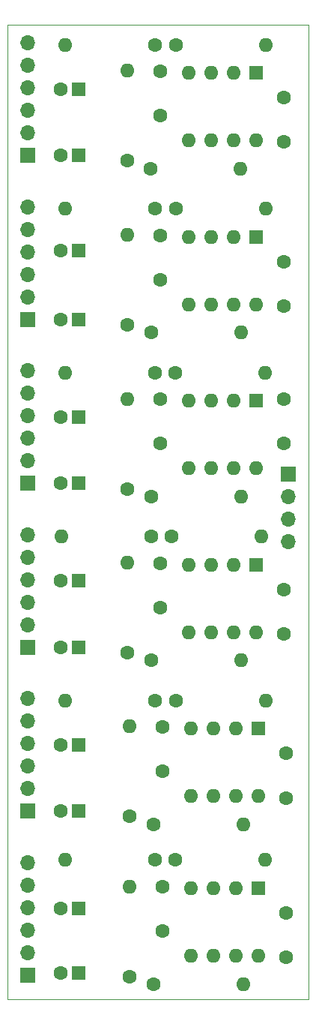
<source format=gbs>
G04 #@! TF.GenerationSoftware,KiCad,Pcbnew,(6.0.1)*
G04 #@! TF.CreationDate,2022-09-12T17:15:24+02:00*
G04 #@! TF.ProjectId,Output-mixer,4f757470-7574-42d6-9d69-7865722e6b69,rev?*
G04 #@! TF.SameCoordinates,Original*
G04 #@! TF.FileFunction,Soldermask,Bot*
G04 #@! TF.FilePolarity,Negative*
%FSLAX46Y46*%
G04 Gerber Fmt 4.6, Leading zero omitted, Abs format (unit mm)*
G04 Created by KiCad (PCBNEW (6.0.1)) date 2022-09-12 17:15:24*
%MOMM*%
%LPD*%
G01*
G04 APERTURE LIST*
G04 #@! TA.AperFunction,Profile*
%ADD10C,0.050000*%
G04 #@! TD*
%ADD11C,1.600000*%
%ADD12O,1.600000X1.600000*%
%ADD13R,1.700000X1.700000*%
%ADD14O,1.700000X1.700000*%
%ADD15R,1.600000X1.600000*%
G04 APERTURE END LIST*
D10*
X104175000Y-39325000D02*
X138175000Y-39325000D01*
X138175000Y-149325000D02*
X104175000Y-149325000D01*
X104175000Y-39325000D02*
X104175000Y-149325000D01*
X138175000Y-39325000D02*
X138175000Y-149325000D01*
D11*
X121425000Y-86575000D03*
X121425000Y-81575000D03*
X120835000Y-133575000D03*
D12*
X110675000Y-133575000D03*
D11*
X117675000Y-54655000D03*
D12*
X117675000Y-44495000D03*
D13*
X106425000Y-109575000D03*
D14*
X106425000Y-107035000D03*
X106425000Y-104495000D03*
X106425000Y-101955000D03*
X106425000Y-99415000D03*
X106425000Y-96875000D03*
D11*
X135425000Y-52575000D03*
X135425000Y-47575000D03*
X120345000Y-55575000D03*
D12*
X130505000Y-55575000D03*
D11*
X135425000Y-108075000D03*
X135425000Y-103075000D03*
X120835000Y-78575000D03*
D12*
X110675000Y-78575000D03*
D11*
X120425000Y-111075000D03*
D12*
X130585000Y-111075000D03*
D11*
X120835000Y-115575000D03*
D12*
X110675000Y-115575000D03*
D13*
X106425000Y-146575000D03*
D14*
X106425000Y-144035000D03*
X106425000Y-141495000D03*
X106425000Y-138955000D03*
X106425000Y-136415000D03*
X106425000Y-133875000D03*
D11*
X121425000Y-49575000D03*
X121425000Y-44575000D03*
X117675000Y-110155000D03*
D12*
X117675000Y-99995000D03*
D11*
X121675000Y-118575000D03*
X121675000Y-123575000D03*
X135675000Y-144575000D03*
X135675000Y-139575000D03*
X117925000Y-146735000D03*
D12*
X117925000Y-136575000D03*
D11*
X120425000Y-92575000D03*
D12*
X130585000Y-92575000D03*
D15*
X132225000Y-81775000D03*
D12*
X129685000Y-81775000D03*
X127145000Y-81775000D03*
X124605000Y-81775000D03*
X124605000Y-89395000D03*
X127145000Y-89395000D03*
X129685000Y-89395000D03*
X132225000Y-89395000D03*
D11*
X120675000Y-147575000D03*
D12*
X130835000Y-147575000D03*
D15*
X132225000Y-100275000D03*
D12*
X129685000Y-100275000D03*
X127145000Y-100275000D03*
X124605000Y-100275000D03*
X124605000Y-107895000D03*
X127145000Y-107895000D03*
X129685000Y-107895000D03*
X132225000Y-107895000D03*
D11*
X120835000Y-41575000D03*
D12*
X110675000Y-41575000D03*
D11*
X135425000Y-86575000D03*
X135425000Y-81575000D03*
X123175000Y-115575000D03*
D12*
X133335000Y-115575000D03*
D11*
X123175000Y-60075000D03*
D12*
X133335000Y-60075000D03*
D11*
X117675000Y-73155000D03*
D12*
X117675000Y-62995000D03*
D13*
X135925000Y-90075000D03*
D14*
X135925000Y-92615000D03*
X135925000Y-95155000D03*
X135925000Y-97695000D03*
D11*
X117925000Y-128655000D03*
D12*
X117925000Y-118495000D03*
D11*
X123095000Y-78575000D03*
D12*
X133255000Y-78575000D03*
D11*
X120425000Y-74075000D03*
D12*
X130585000Y-74075000D03*
D11*
X123095000Y-133575000D03*
D12*
X133255000Y-133575000D03*
D11*
X120675000Y-129575000D03*
D12*
X130835000Y-129575000D03*
D11*
X122685000Y-97075000D03*
D12*
X132845000Y-97075000D03*
D13*
X106425000Y-72575000D03*
D14*
X106425000Y-70035000D03*
X106425000Y-67495000D03*
X106425000Y-64955000D03*
X106425000Y-62415000D03*
X106425000Y-59875000D03*
D11*
X121425000Y-100075000D03*
X121425000Y-105075000D03*
X135425000Y-71075000D03*
X135425000Y-66075000D03*
X121675000Y-136575000D03*
X121675000Y-141575000D03*
D13*
X106425000Y-128075000D03*
D14*
X106425000Y-125535000D03*
X106425000Y-122995000D03*
X106425000Y-120455000D03*
X106425000Y-117915000D03*
X106425000Y-115375000D03*
D11*
X120425000Y-97075000D03*
D12*
X110265000Y-97075000D03*
D11*
X117675000Y-91735000D03*
D12*
X117675000Y-81575000D03*
D11*
X123175000Y-41575000D03*
D12*
X133335000Y-41575000D03*
D15*
X132225000Y-63275000D03*
D12*
X129685000Y-63275000D03*
X127145000Y-63275000D03*
X124605000Y-63275000D03*
X124605000Y-70895000D03*
X127145000Y-70895000D03*
X129685000Y-70895000D03*
X132225000Y-70895000D03*
D15*
X132475000Y-118775000D03*
D12*
X129935000Y-118775000D03*
X127395000Y-118775000D03*
X124855000Y-118775000D03*
X124855000Y-126395000D03*
X127395000Y-126395000D03*
X129935000Y-126395000D03*
X132475000Y-126395000D03*
D11*
X120835000Y-60075000D03*
D12*
X110675000Y-60075000D03*
D11*
X135675000Y-126575000D03*
X135675000Y-121575000D03*
D13*
X106425000Y-91075000D03*
D14*
X106425000Y-88535000D03*
X106425000Y-85995000D03*
X106425000Y-83455000D03*
X106425000Y-80915000D03*
X106425000Y-78375000D03*
D11*
X121425000Y-68075000D03*
X121425000Y-63075000D03*
D15*
X132475000Y-136775000D03*
D12*
X129935000Y-136775000D03*
X127395000Y-136775000D03*
X124855000Y-136775000D03*
X124855000Y-144395000D03*
X127395000Y-144395000D03*
X129935000Y-144395000D03*
X132475000Y-144395000D03*
D13*
X106425000Y-54075000D03*
D14*
X106425000Y-51535000D03*
X106425000Y-48995000D03*
X106425000Y-46455000D03*
X106425000Y-43915000D03*
X106425000Y-41375000D03*
D15*
X132225000Y-44775000D03*
D12*
X129685000Y-44775000D03*
X127145000Y-44775000D03*
X124605000Y-44775000D03*
X124605000Y-52395000D03*
X127145000Y-52395000D03*
X129685000Y-52395000D03*
X132225000Y-52395000D03*
D15*
X112175000Y-109575000D03*
D11*
X110175000Y-109575000D03*
D15*
X112175000Y-102075000D03*
D11*
X110175000Y-102075000D03*
D15*
X112175000Y-139075000D03*
D11*
X110175000Y-139075000D03*
D15*
X112175000Y-91075000D03*
D11*
X110175000Y-91075000D03*
D15*
X112175000Y-120575000D03*
D11*
X110175000Y-120575000D03*
D15*
X112175000Y-128075000D03*
D11*
X110175000Y-128075000D03*
D15*
X112175000Y-64825000D03*
D11*
X110175000Y-64825000D03*
D15*
X112175000Y-54075000D03*
D11*
X110175000Y-54075000D03*
D15*
X112175000Y-72575000D03*
D11*
X110175000Y-72575000D03*
D15*
X112175000Y-46575000D03*
D11*
X110175000Y-46575000D03*
D15*
X112175000Y-83575000D03*
D11*
X110175000Y-83575000D03*
D15*
X112175000Y-146325000D03*
D11*
X110175000Y-146325000D03*
M02*

</source>
